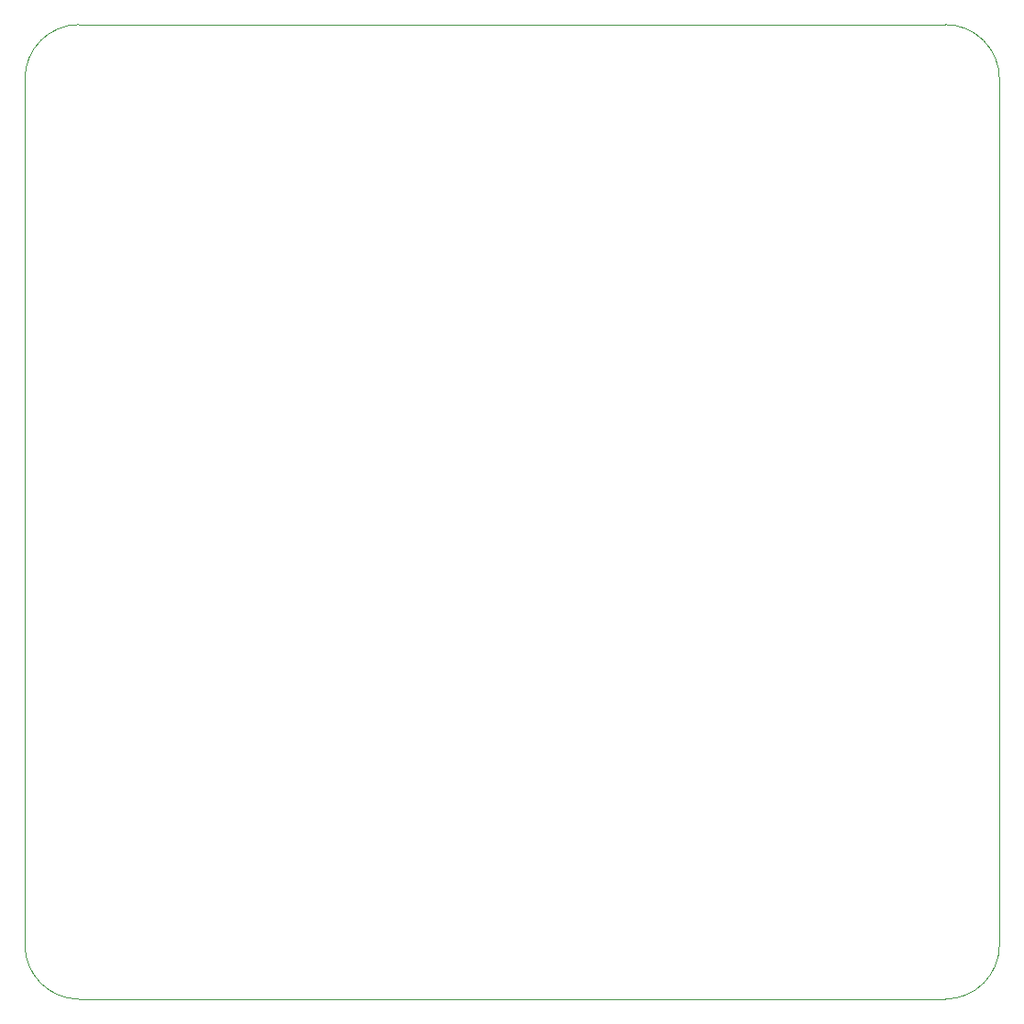
<source format=gm1>
G04 #@! TF.GenerationSoftware,KiCad,Pcbnew,7.0.8*
G04 #@! TF.CreationDate,2023-10-17T14:12:28+02:00*
G04 #@! TF.ProjectId,pour_fillet,706f7572-5f66-4696-9c6c-65742e6b6963,rev?*
G04 #@! TF.SameCoordinates,Original*
G04 #@! TF.FileFunction,Profile,NP*
%FSLAX46Y46*%
G04 Gerber Fmt 4.6, Leading zero omitted, Abs format (unit mm)*
G04 Created by KiCad (PCBNEW 7.0.8) date 2023-10-17 14:12:28*
%MOMM*%
%LPD*%
G01*
G04 APERTURE LIST*
G04 #@! TA.AperFunction,Profile*
%ADD10C,0.100000*%
G04 #@! TD*
G04 APERTURE END LIST*
D10*
X77500000Y-47500000D02*
X157500000Y-47500000D01*
X157500000Y-137500000D02*
X77500000Y-137500000D01*
X72500000Y-132500000D02*
G75*
G03*
X77500000Y-137500000I5000000J0D01*
G01*
X162500000Y-52500000D02*
X162500000Y-132500000D01*
X77500000Y-47500000D02*
G75*
G03*
X72500000Y-52500000I0J-5000000D01*
G01*
X72500000Y-132500000D02*
X72500000Y-52500000D01*
X157500000Y-137500000D02*
G75*
G03*
X162500000Y-132500000I0J5000000D01*
G01*
X162500000Y-52500000D02*
G75*
G03*
X157500000Y-47500000I-5000000J0D01*
G01*
M02*

</source>
